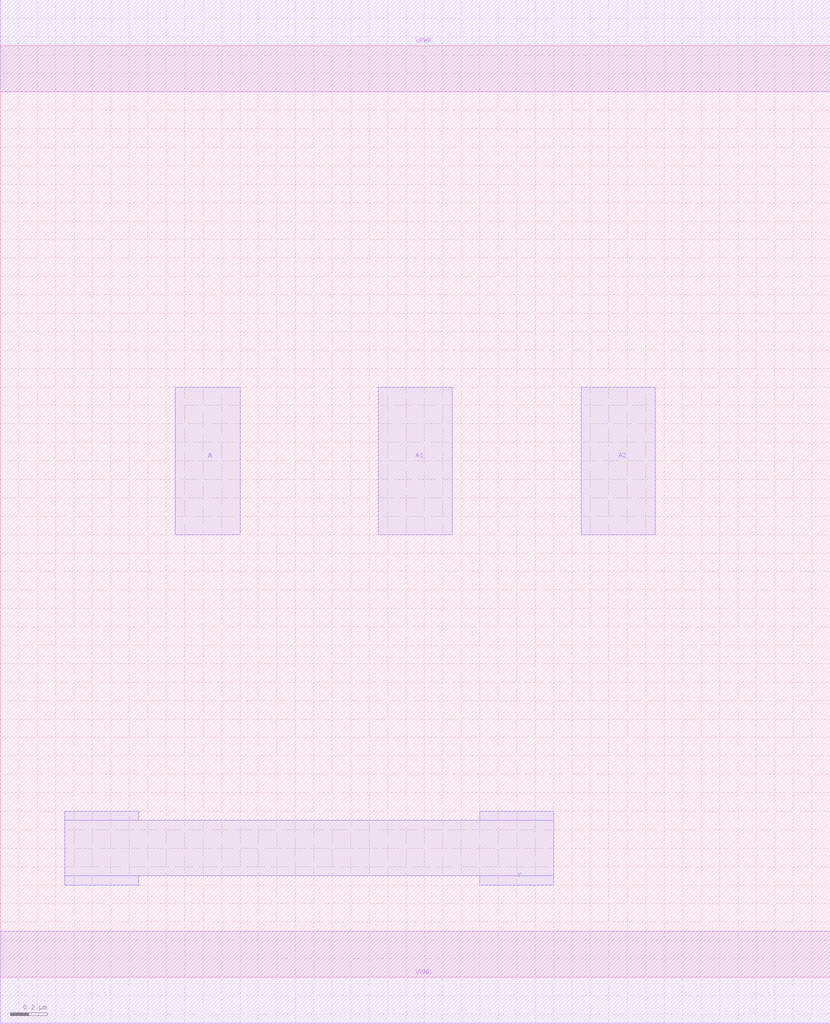
<source format=lef>
VERSION 5.7 ;
  NOWIREEXTENSIONATPIN ON ;
  DIVIDERCHAR "/" ;
  BUSBITCHARS "[]" ;
MACRO NOR3
  CLASS CORE ;
  FOREIGN NOR3 ;
  ORIGIN 0.000 0.000 ;
  SIZE 4.500 BY 5.050 ;
  SYMMETRY X Y R90 ;
  SITE unit ;
  PIN VPWR
    DIRECTION INOUT ;
    USE POWER ;
    SHAPE ABUTMENT ;
    PORT
      LAYER Metal1 ;
        RECT 0.000 4.800 4.500 5.300 ;
    END
  END VPWR
  PIN VGND
    DIRECTION INOUT ;
    USE GROUND ;
    SHAPE ABUTMENT ;
    PORT
      LAYER Metal1 ;
        RECT 0.000 -0.250 4.500 0.250 ;
    END
  END VGND
  PIN Y
    DIRECTION INOUT ;
    USE SIGNAL ;
    SHAPE ABUTMENT ;
    PORT
      LAYER Metal2 ;
        RECT 0.350 0.850 0.750 0.900 ;
        RECT 2.600 0.850 3.000 0.900 ;
        RECT 0.350 0.550 3.000 0.850 ;
        RECT 0.350 0.500 0.750 0.550 ;
        RECT 2.600 0.500 3.000 0.550 ;
    END
  END Y
  PIN A1
    DIRECTION INOUT ;
    USE SIGNAL ;
    SHAPE ABUTMENT ;
    PORT
      LAYER Metal2 ;
        RECT 2.050 2.400 2.450 3.200 ;
    END
  END A1
  PIN A
    DIRECTION INOUT ;
    USE SIGNAL ;
    SHAPE ABUTMENT ;
    PORT
      LAYER Metal2 ;
        RECT 0.950 2.400 1.300 3.200 ;
    END
  END A
  PIN A2
    DIRECTION INOUT ;
    USE SIGNAL ;
    SHAPE ABUTMENT ;
    PORT
      LAYER Metal2 ;
        RECT 3.150 2.400 3.550 3.200 ;
    END
  END A2
END NOR3
END LIBRARY


</source>
